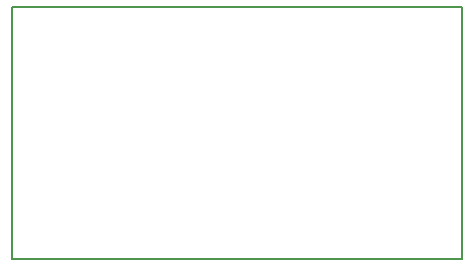
<source format=gbr>
G04 #@! TF.GenerationSoftware,KiCad,Pcbnew,(5.0.0)*
G04 #@! TF.CreationDate,2021-10-13T13:42:49+02:00*
G04 #@! TF.ProjectId,L298N,4C3239384E2E6B696361645F70636200,rev?*
G04 #@! TF.SameCoordinates,Original*
G04 #@! TF.FileFunction,Profile,NP*
%FSLAX46Y46*%
G04 Gerber Fmt 4.6, Leading zero omitted, Abs format (unit mm)*
G04 Created by KiCad (PCBNEW (5.0.0)) date 10/13/21 13:42:49*
%MOMM*%
%LPD*%
G01*
G04 APERTURE LIST*
%ADD10C,0.150000*%
G04 APERTURE END LIST*
D10*
X135636000Y-88900000D02*
X135636000Y-110236000D01*
X173736000Y-88900000D02*
X135636000Y-88900000D01*
X173736000Y-110236000D02*
X173736000Y-88900000D01*
X135636000Y-110236000D02*
X173736000Y-110236000D01*
M02*

</source>
